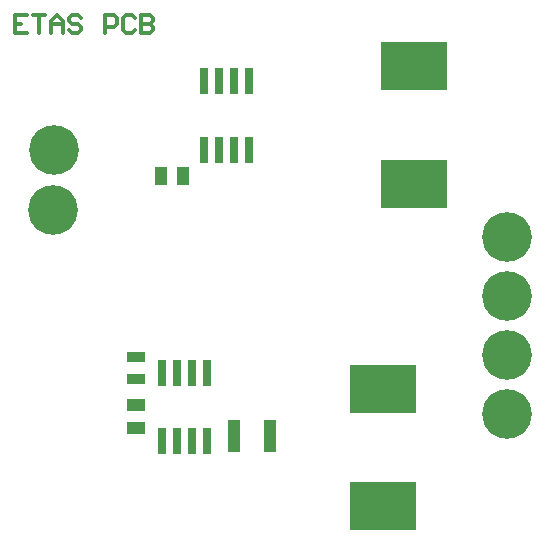
<source format=gts>
G04*
G04 #@! TF.GenerationSoftware,Altium Limited,Altium Designer,23.8.1 (32)*
G04*
G04 Layer_Color=8388736*
%FSLAX44Y44*%
%MOMM*%
G71*
G04*
G04 #@! TF.SameCoordinates,F9BA51D5-AC74-40FF-A976-F5FAEDCE12CC*
G04*
G04*
G04 #@! TF.FilePolarity,Negative*
G04*
G01*
G75*
%ADD18C,0.3000*%
%ADD19R,0.8032X2.3032*%
%ADD20R,5.7032X4.0532*%
%ADD21R,1.5032X1.1032*%
%ADD22R,1.5032X0.9032*%
%ADD23R,1.1032X1.5032*%
%ADD24R,1.1032X2.7032*%
%ADD25C,4.2032*%
D18*
X43157Y468235D02*
X33000D01*
Y453000D01*
X43157D01*
X33000Y460617D02*
X38078D01*
X48235Y468235D02*
X58392D01*
X53313D01*
Y453000D01*
X63470D02*
Y463157D01*
X68548Y468235D01*
X73627Y463157D01*
Y453000D01*
Y460617D01*
X63470D01*
X88862Y465696D02*
X86323Y468235D01*
X81244D01*
X78705Y465696D01*
Y463157D01*
X81244Y460617D01*
X86323D01*
X88862Y458078D01*
Y455539D01*
X86323Y453000D01*
X81244D01*
X78705Y455539D01*
X109175Y453000D02*
Y468235D01*
X116793D01*
X119332Y465696D01*
Y460617D01*
X116793Y458078D01*
X109175D01*
X134567Y465696D02*
X132028Y468235D01*
X126950D01*
X124410Y465696D01*
Y455539D01*
X126950Y453000D01*
X132028D01*
X134567Y455539D01*
X139646Y468235D02*
Y453000D01*
X147263D01*
X149802Y455539D01*
Y458078D01*
X147263Y460617D01*
X139646D01*
X147263D01*
X149802Y463157D01*
Y465696D01*
X147263Y468235D01*
X139646D01*
D19*
X196050Y165000D02*
D03*
X183350D02*
D03*
X170650D02*
D03*
X157950D02*
D03*
X196050Y107000D02*
D03*
X183350D02*
D03*
X170650D02*
D03*
X157950D02*
D03*
X231050Y412000D02*
D03*
X218350D02*
D03*
X205650D02*
D03*
X192950D02*
D03*
X231050Y354000D02*
D03*
X218350D02*
D03*
X205650D02*
D03*
X192950D02*
D03*
D20*
X345000Y52250D02*
D03*
Y151750D02*
D03*
X371000Y424750D02*
D03*
Y325250D02*
D03*
D21*
X136000Y137500D02*
D03*
Y118500D02*
D03*
D22*
Y159500D02*
D03*
Y178500D02*
D03*
D23*
X175500Y332000D02*
D03*
X156500D02*
D03*
D24*
X249500Y112000D02*
D03*
X218500D02*
D03*
D25*
X450000Y230000D02*
D03*
Y280000D02*
D03*
X65000Y303000D02*
D03*
X66000Y354000D02*
D03*
X450000Y180000D02*
D03*
X450000Y130000D02*
D03*
M02*

</source>
